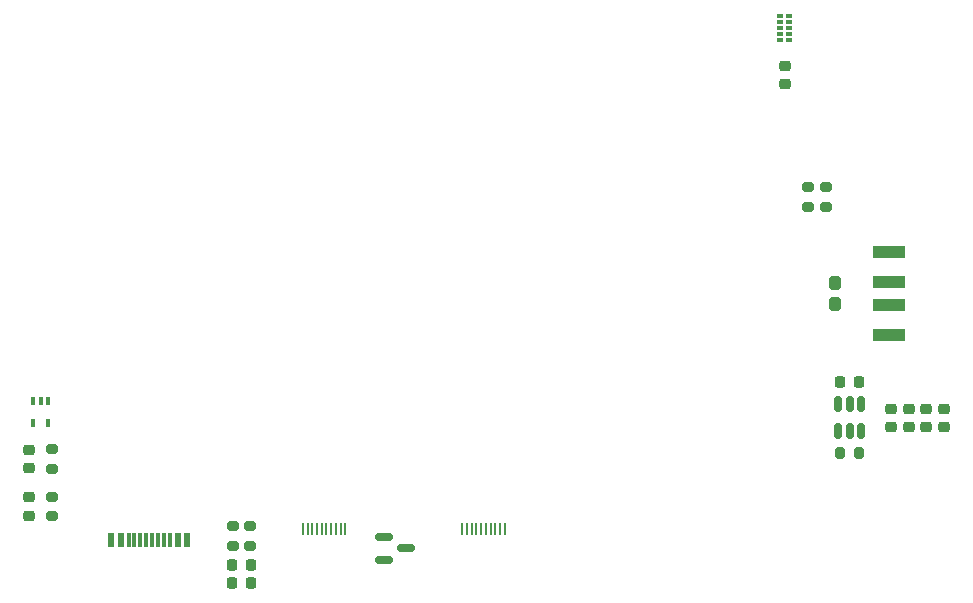
<source format=gbr>
%TF.GenerationSoftware,KiCad,Pcbnew,(5.99.0-10407-g1e8b23402c)*%
%TF.CreationDate,2021-06-04T13:11:51-06:00*%
%TF.ProjectId,mezzanine,6d657a7a-616e-4696-9e65-2e6b69636164,rev?*%
%TF.SameCoordinates,Original*%
%TF.FileFunction,Paste,Top*%
%TF.FilePolarity,Positive*%
%FSLAX46Y46*%
G04 Gerber Fmt 4.6, Leading zero omitted, Abs format (unit mm)*
G04 Created by KiCad (PCBNEW (5.99.0-10407-g1e8b23402c)) date 2021-06-04 13:11:51*
%MOMM*%
%LPD*%
G01*
G04 APERTURE LIST*
G04 Aperture macros list*
%AMRoundRect*
0 Rectangle with rounded corners*
0 $1 Rounding radius*
0 $2 $3 $4 $5 $6 $7 $8 $9 X,Y pos of 4 corners*
0 Add a 4 corners polygon primitive as box body*
4,1,4,$2,$3,$4,$5,$6,$7,$8,$9,$2,$3,0*
0 Add four circle primitives for the rounded corners*
1,1,$1+$1,$2,$3*
1,1,$1+$1,$4,$5*
1,1,$1+$1,$6,$7*
1,1,$1+$1,$8,$9*
0 Add four rect primitives between the rounded corners*
20,1,$1+$1,$2,$3,$4,$5,0*
20,1,$1+$1,$4,$5,$6,$7,0*
20,1,$1+$1,$6,$7,$8,$9,0*
20,1,$1+$1,$8,$9,$2,$3,0*%
G04 Aperture macros list end*
%ADD10RoundRect,0.150000X-0.587500X-0.150000X0.587500X-0.150000X0.587500X0.150000X-0.587500X0.150000X0*%
%ADD11RoundRect,0.200000X-0.275000X0.200000X-0.275000X-0.200000X0.275000X-0.200000X0.275000X0.200000X0*%
%ADD12RoundRect,0.225000X-0.250000X0.225000X-0.250000X-0.225000X0.250000X-0.225000X0.250000X0.225000X0*%
%ADD13RoundRect,0.200000X0.275000X-0.200000X0.275000X0.200000X-0.275000X0.200000X-0.275000X-0.200000X0*%
%ADD14R,0.400000X0.650000*%
%ADD15RoundRect,0.225000X0.250000X-0.225000X0.250000X0.225000X-0.250000X0.225000X-0.250000X-0.225000X0*%
%ADD16R,0.550000X0.300000*%
%ADD17R,0.550000X0.400000*%
%ADD18RoundRect,0.225000X0.225000X0.250000X-0.225000X0.250000X-0.225000X-0.250000X0.225000X-0.250000X0*%
%ADD19R,0.250000X1.000000*%
%ADD20RoundRect,0.225000X-0.225000X-0.250000X0.225000X-0.250000X0.225000X0.250000X-0.225000X0.250000X0*%
%ADD21R,0.300000X1.150000*%
%ADD22R,0.600000X1.150000*%
%ADD23RoundRect,0.218750X0.256250X-0.218750X0.256250X0.218750X-0.256250X0.218750X-0.256250X-0.218750X0*%
%ADD24RoundRect,0.200000X-0.200000X-0.275000X0.200000X-0.275000X0.200000X0.275000X-0.200000X0.275000X0*%
%ADD25RoundRect,0.150000X-0.150000X0.512500X-0.150000X-0.512500X0.150000X-0.512500X0.150000X0.512500X0*%
%ADD26R,2.800000X1.000000*%
%ADD27RoundRect,0.250000X0.275000X-0.312500X0.275000X0.312500X-0.275000X0.312500X-0.275000X-0.312500X0*%
G04 APERTURE END LIST*
D10*
%TO.C,U6*%
X51062500Y-69620000D03*
X51062500Y-71520000D03*
X52937500Y-70570000D03*
%TD*%
D11*
%TO.C,R3*%
X38250000Y-68675000D03*
X38250000Y-70325000D03*
%TD*%
D12*
%TO.C,C7*%
X85000000Y-29725000D03*
X85000000Y-31275000D03*
%TD*%
D11*
%TO.C,R4*%
X88500000Y-40000000D03*
X88500000Y-41650000D03*
%TD*%
D13*
%TO.C,R7*%
X23000000Y-63825000D03*
X23000000Y-62175000D03*
%TD*%
D14*
%TO.C,U7*%
X22650000Y-58050000D03*
X22000000Y-58050000D03*
X21350000Y-58050000D03*
X21350000Y-59950000D03*
X22650000Y-59950000D03*
%TD*%
D15*
%TO.C,C4*%
X97000000Y-60275000D03*
X97000000Y-58725000D03*
%TD*%
%TO.C,C3*%
X94000000Y-60275000D03*
X94000000Y-58725000D03*
%TD*%
D16*
%TO.C,U3*%
X85385000Y-27500000D03*
X85385000Y-27000000D03*
D17*
X85385000Y-26500000D03*
D16*
X85385000Y-26000000D03*
X85385000Y-25500000D03*
X84615000Y-25500000D03*
X84615000Y-26000000D03*
D17*
X84615000Y-26500000D03*
D16*
X84615000Y-27000000D03*
X84615000Y-27500000D03*
%TD*%
D15*
%TO.C,C5*%
X95500000Y-60275000D03*
X95500000Y-58725000D03*
%TD*%
D13*
%TO.C,R6*%
X23000000Y-67825000D03*
X23000000Y-66175000D03*
%TD*%
D18*
%TO.C,C1*%
X91275000Y-56500000D03*
X89725000Y-56500000D03*
%TD*%
D19*
%TO.C,J3*%
X47800000Y-68920000D03*
X47400000Y-68920000D03*
X47000000Y-68920000D03*
X46600000Y-68920000D03*
X46200000Y-68920000D03*
X45800000Y-68920000D03*
X45400000Y-68920000D03*
X45000000Y-68920000D03*
X44600000Y-68920000D03*
X44200000Y-68920000D03*
%TD*%
D20*
%TO.C,C8*%
X38225000Y-73500000D03*
X39775000Y-73500000D03*
%TD*%
D21*
%TO.C,J2*%
X29950000Y-69815000D03*
X30950000Y-69815000D03*
X31450000Y-69815000D03*
X32450000Y-69815000D03*
X32950000Y-69815000D03*
X31950000Y-69815000D03*
X30450000Y-69815000D03*
X29450000Y-69815000D03*
D22*
X28000000Y-69815000D03*
X34400000Y-69815000D03*
X33600000Y-69815000D03*
X28800000Y-69815000D03*
%TD*%
D11*
%TO.C,R5*%
X87000000Y-40000000D03*
X87000000Y-41650000D03*
%TD*%
D23*
%TO.C,D2*%
X21000000Y-63787500D03*
X21000000Y-62212500D03*
%TD*%
D24*
%TO.C,R1*%
X89675000Y-62500000D03*
X91325000Y-62500000D03*
%TD*%
D19*
%TO.C,J4*%
X61300000Y-68920000D03*
X60900000Y-68920000D03*
X60500000Y-68920000D03*
X60100000Y-68920000D03*
X59700000Y-68920000D03*
X59300000Y-68920000D03*
X58900000Y-68920000D03*
X58500000Y-68920000D03*
X58100000Y-68920000D03*
X57700000Y-68920000D03*
%TD*%
D25*
%TO.C,U1*%
X91450000Y-58362500D03*
X90500000Y-58362500D03*
X89550000Y-58362500D03*
X89550000Y-60637500D03*
X90500000Y-60637500D03*
X91450000Y-60637500D03*
%TD*%
D11*
%TO.C,R2*%
X39750000Y-68675000D03*
X39750000Y-70325000D03*
%TD*%
D23*
%TO.C,D1*%
X21000000Y-67787500D03*
X21000000Y-66212500D03*
%TD*%
D26*
%TO.C,J1*%
X93800000Y-52500000D03*
X93800000Y-50000000D03*
X93800000Y-48000000D03*
X93800000Y-45500000D03*
%TD*%
D18*
%TO.C,C9*%
X39775000Y-72000000D03*
X38225000Y-72000000D03*
%TD*%
D27*
%TO.C,C2*%
X89250000Y-49887500D03*
X89250000Y-48112500D03*
%TD*%
D15*
%TO.C,C6*%
X98500000Y-60275000D03*
X98500000Y-58725000D03*
%TD*%
M02*

</source>
